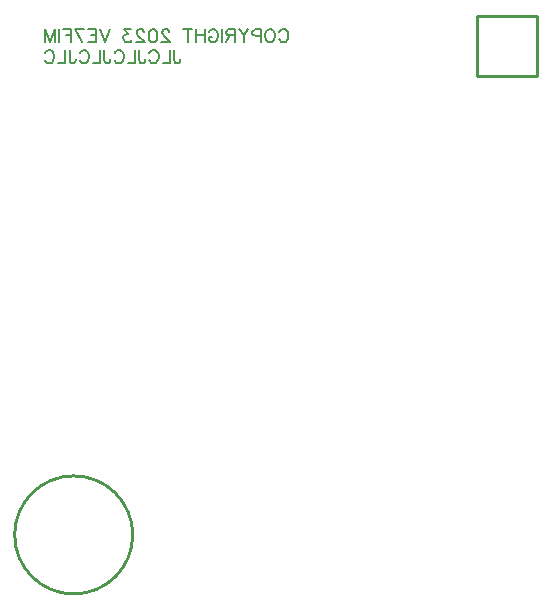
<source format=gbo>
G04 Layer: BottomSilkscreenLayer*
G04 EasyEDA v6.5.34, 2023-09-15 23:54:46*
G04 069993ef92384b94ac11e72f319acd54,5a6b42c53f6a479593ecc07194224c93,10*
G04 Gerber Generator version 0.2*
G04 Scale: 100 percent, Rotated: No, Reflected: No *
G04 Dimensions in millimeters *
G04 leading zeros omitted , absolute positions ,4 integer and 5 decimal *
%FSLAX45Y45*%
%MOMM*%

%ADD10C,0.1524*%
%ADD11C,0.1520*%
%ADD12C,0.2540*%

%LPD*%
D10*
X2766857Y5575752D02*
G01*
X2772054Y5586143D01*
X2782445Y5596534D01*
X2792834Y5601728D01*
X2813616Y5601728D01*
X2824007Y5596534D01*
X2834398Y5586143D01*
X2839595Y5575752D01*
X2844789Y5560164D01*
X2844789Y5534187D01*
X2839595Y5518602D01*
X2834398Y5508210D01*
X2824007Y5497819D01*
X2813616Y5492625D01*
X2792834Y5492625D01*
X2782445Y5497819D01*
X2772054Y5508210D01*
X2766857Y5518602D01*
X2701394Y5601728D02*
G01*
X2711785Y5596534D01*
X2722176Y5586143D01*
X2727373Y5575752D01*
X2732567Y5560164D01*
X2732567Y5534187D01*
X2727373Y5518602D01*
X2722176Y5508210D01*
X2711785Y5497819D01*
X2701394Y5492625D01*
X2680614Y5492625D01*
X2670223Y5497819D01*
X2659832Y5508210D01*
X2654635Y5518602D01*
X2649440Y5534187D01*
X2649440Y5560164D01*
X2654635Y5575752D01*
X2659832Y5586143D01*
X2670223Y5596534D01*
X2680614Y5601728D01*
X2701394Y5601728D01*
X2615150Y5601728D02*
G01*
X2615150Y5492625D01*
X2615150Y5601728D02*
G01*
X2568392Y5601728D01*
X2552804Y5596534D01*
X2547609Y5591337D01*
X2542415Y5580946D01*
X2542415Y5565360D01*
X2547609Y5554969D01*
X2552804Y5549775D01*
X2568392Y5544578D01*
X2615150Y5544578D01*
X2508125Y5601728D02*
G01*
X2466560Y5549775D01*
X2466560Y5492625D01*
X2424996Y5601728D02*
G01*
X2466560Y5549775D01*
X2390706Y5601728D02*
G01*
X2390706Y5492625D01*
X2390706Y5601728D02*
G01*
X2343947Y5601728D01*
X2328362Y5596534D01*
X2323165Y5591337D01*
X2317970Y5580946D01*
X2317970Y5570555D01*
X2323165Y5560164D01*
X2328362Y5554969D01*
X2343947Y5549775D01*
X2390706Y5549775D01*
X2354338Y5549775D02*
G01*
X2317970Y5492625D01*
X2283680Y5601728D02*
G01*
X2283680Y5492625D01*
X2171458Y5575752D02*
G01*
X2176655Y5586143D01*
X2187044Y5596534D01*
X2197435Y5601728D01*
X2218217Y5601728D01*
X2228608Y5596534D01*
X2238999Y5586143D01*
X2244194Y5575752D01*
X2249390Y5560164D01*
X2249390Y5534187D01*
X2244194Y5518602D01*
X2238999Y5508210D01*
X2228608Y5497819D01*
X2218217Y5492625D01*
X2197435Y5492625D01*
X2187044Y5497819D01*
X2176655Y5508210D01*
X2171458Y5518602D01*
X2171458Y5534187D01*
X2197435Y5534187D02*
G01*
X2171458Y5534187D01*
X2137168Y5601728D02*
G01*
X2137168Y5492625D01*
X2064433Y5601728D02*
G01*
X2064433Y5492625D01*
X2137168Y5549775D02*
G01*
X2064433Y5549775D01*
X1993775Y5601728D02*
G01*
X1993775Y5492625D01*
X2030143Y5601728D02*
G01*
X1957405Y5601728D01*
X1837910Y5575752D02*
G01*
X1837910Y5580946D01*
X1832714Y5591337D01*
X1827519Y5596534D01*
X1817128Y5601728D01*
X1796346Y5601728D01*
X1785955Y5596534D01*
X1780760Y5591337D01*
X1775564Y5580946D01*
X1775564Y5570555D01*
X1780760Y5560164D01*
X1791152Y5544578D01*
X1843105Y5492625D01*
X1770369Y5492625D01*
X1704906Y5601728D02*
G01*
X1720494Y5596534D01*
X1730885Y5580946D01*
X1736079Y5554969D01*
X1736079Y5539384D01*
X1730885Y5513405D01*
X1720494Y5497819D01*
X1704906Y5492625D01*
X1694515Y5492625D01*
X1678929Y5497819D01*
X1668538Y5513405D01*
X1663344Y5539384D01*
X1663344Y5554969D01*
X1668538Y5580946D01*
X1678929Y5596534D01*
X1694515Y5601728D01*
X1704906Y5601728D01*
X1623857Y5575752D02*
G01*
X1623857Y5580946D01*
X1618663Y5591337D01*
X1613466Y5596534D01*
X1603075Y5601728D01*
X1582295Y5601728D01*
X1571904Y5596534D01*
X1566707Y5591337D01*
X1561513Y5580946D01*
X1561513Y5570555D01*
X1566707Y5560164D01*
X1577098Y5544578D01*
X1629054Y5492625D01*
X1556316Y5492625D01*
X1511635Y5601728D02*
G01*
X1454485Y5601728D01*
X1485658Y5560164D01*
X1470073Y5560164D01*
X1459682Y5554969D01*
X1454485Y5549775D01*
X1449290Y5534187D01*
X1449290Y5523796D01*
X1454485Y5508210D01*
X1464876Y5497819D01*
X1480464Y5492625D01*
X1496049Y5492625D01*
X1511635Y5497819D01*
X1516832Y5503014D01*
X1522026Y5513405D01*
X1334990Y5601728D02*
G01*
X1293426Y5492625D01*
X1251864Y5601728D02*
G01*
X1293426Y5492625D01*
X1217574Y5601728D02*
G01*
X1217574Y5492625D01*
X1217574Y5601728D02*
G01*
X1150033Y5601728D01*
X1217574Y5549775D02*
G01*
X1176009Y5549775D01*
X1217574Y5492625D02*
G01*
X1150033Y5492625D01*
X1043005Y5601728D02*
G01*
X1094960Y5492625D01*
X1115743Y5601728D02*
G01*
X1043005Y5601728D01*
X1008715Y5601728D02*
G01*
X1008715Y5492625D01*
X1008715Y5601728D02*
G01*
X941174Y5601728D01*
X1008715Y5549775D02*
G01*
X967153Y5549775D01*
X906884Y5601728D02*
G01*
X906884Y5492625D01*
X872594Y5601728D02*
G01*
X872594Y5492625D01*
X872594Y5601728D02*
G01*
X831032Y5492625D01*
X789467Y5601728D02*
G01*
X831032Y5492625D01*
X789467Y5601728D02*
G01*
X789467Y5492625D01*
D11*
X1878434Y5423928D02*
G01*
X1878434Y5340802D01*
X1883630Y5325214D01*
X1888825Y5320019D01*
X1899216Y5314825D01*
X1909607Y5314825D01*
X1919998Y5320019D01*
X1925195Y5325214D01*
X1930389Y5340802D01*
X1930389Y5351193D01*
X1844144Y5423928D02*
G01*
X1844144Y5314825D01*
X1844144Y5314825D02*
G01*
X1781799Y5314825D01*
X1669577Y5397952D02*
G01*
X1674774Y5408343D01*
X1685165Y5418734D01*
X1695554Y5423928D01*
X1716336Y5423928D01*
X1726727Y5418734D01*
X1737118Y5408343D01*
X1742315Y5397952D01*
X1747509Y5382364D01*
X1747509Y5356387D01*
X1742315Y5340802D01*
X1737118Y5330410D01*
X1726727Y5320019D01*
X1716336Y5314825D01*
X1695554Y5314825D01*
X1685165Y5320019D01*
X1674774Y5330410D01*
X1669577Y5340802D01*
X1583334Y5423928D02*
G01*
X1583334Y5340802D01*
X1588528Y5325214D01*
X1593725Y5320019D01*
X1604114Y5314825D01*
X1614505Y5314825D01*
X1624896Y5320019D01*
X1630093Y5325214D01*
X1635287Y5340802D01*
X1635287Y5351193D01*
X1549044Y5423928D02*
G01*
X1549044Y5314825D01*
X1549044Y5314825D02*
G01*
X1486697Y5314825D01*
X1374475Y5397952D02*
G01*
X1379672Y5408343D01*
X1390063Y5418734D01*
X1400454Y5423928D01*
X1421234Y5423928D01*
X1431625Y5418734D01*
X1442016Y5408343D01*
X1447213Y5397952D01*
X1452407Y5382364D01*
X1452407Y5356387D01*
X1447213Y5340802D01*
X1442016Y5330410D01*
X1431625Y5320019D01*
X1421234Y5314825D01*
X1400454Y5314825D01*
X1390063Y5320019D01*
X1379672Y5330410D01*
X1374475Y5340802D01*
X1288232Y5423928D02*
G01*
X1288232Y5340802D01*
X1293426Y5325214D01*
X1298623Y5320019D01*
X1309014Y5314825D01*
X1319405Y5314825D01*
X1329794Y5320019D01*
X1334990Y5325214D01*
X1340185Y5340802D01*
X1340185Y5351193D01*
X1253942Y5423928D02*
G01*
X1253942Y5314825D01*
X1253942Y5314825D02*
G01*
X1191595Y5314825D01*
X1079375Y5397952D02*
G01*
X1084569Y5408343D01*
X1094960Y5418734D01*
X1105352Y5423928D01*
X1126134Y5423928D01*
X1136525Y5418734D01*
X1146914Y5408343D01*
X1152110Y5397952D01*
X1157305Y5382364D01*
X1157305Y5356387D01*
X1152110Y5340802D01*
X1146914Y5330410D01*
X1136525Y5320019D01*
X1126134Y5314825D01*
X1105352Y5314825D01*
X1094960Y5320019D01*
X1084569Y5330410D01*
X1079375Y5340802D01*
X993129Y5423928D02*
G01*
X993129Y5340802D01*
X998324Y5325214D01*
X1003520Y5320019D01*
X1013912Y5314825D01*
X1024303Y5314825D01*
X1034694Y5320019D01*
X1039888Y5325214D01*
X1045085Y5340802D01*
X1045085Y5351193D01*
X958839Y5423928D02*
G01*
X958839Y5314825D01*
X958839Y5314825D02*
G01*
X896495Y5314825D01*
X784273Y5397952D02*
G01*
X789467Y5408343D01*
X799858Y5418734D01*
X810249Y5423928D01*
X831032Y5423928D01*
X841423Y5418734D01*
X851814Y5408343D01*
X857008Y5397952D01*
X862205Y5382364D01*
X862205Y5356387D01*
X857008Y5340802D01*
X851814Y5330410D01*
X841423Y5320019D01*
X831032Y5314825D01*
X810249Y5314825D01*
X799858Y5320019D01*
X789467Y5330410D01*
X784273Y5340802D01*
D12*
G75*
G01
X1528691Y1320792D02*
G03X1528691Y1320792I-499999J0D01*
X4444992Y5714992D02*
G01*
X4952992Y5714992D01*
X4952992Y5206992D01*
X4444992Y5206992D01*
X4444992Y5714992D01*
M02*

</source>
